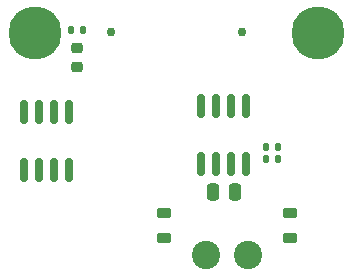
<source format=gbr>
%TF.GenerationSoftware,KiCad,Pcbnew,(6.0.0-0)*%
%TF.CreationDate,2022-03-04T22:18:36-05:00*%
%TF.ProjectId,thermalcouple,74686572-6d61-46c6-936f-75706c652e6b,rev?*%
%TF.SameCoordinates,Original*%
%TF.FileFunction,Soldermask,Top*%
%TF.FilePolarity,Negative*%
%FSLAX46Y46*%
G04 Gerber Fmt 4.6, Leading zero omitted, Abs format (unit mm)*
G04 Created by KiCad (PCBNEW (6.0.0-0)) date 2022-03-04 22:18:36*
%MOMM*%
%LPD*%
G01*
G04 APERTURE LIST*
G04 Aperture macros list*
%AMRoundRect*
0 Rectangle with rounded corners*
0 $1 Rounding radius*
0 $2 $3 $4 $5 $6 $7 $8 $9 X,Y pos of 4 corners*
0 Add a 4 corners polygon primitive as box body*
4,1,4,$2,$3,$4,$5,$6,$7,$8,$9,$2,$3,0*
0 Add four circle primitives for the rounded corners*
1,1,$1+$1,$2,$3*
1,1,$1+$1,$4,$5*
1,1,$1+$1,$6,$7*
1,1,$1+$1,$8,$9*
0 Add four rect primitives between the rounded corners*
20,1,$1+$1,$2,$3,$4,$5,0*
20,1,$1+$1,$4,$5,$6,$7,0*
20,1,$1+$1,$6,$7,$8,$9,0*
20,1,$1+$1,$8,$9,$2,$3,0*%
G04 Aperture macros list end*
%ADD10RoundRect,0.150000X0.150000X-0.825000X0.150000X0.825000X-0.150000X0.825000X-0.150000X-0.825000X0*%
%ADD11C,2.400000*%
%ADD12RoundRect,0.218750X0.381250X-0.218750X0.381250X0.218750X-0.381250X0.218750X-0.381250X-0.218750X0*%
%ADD13RoundRect,0.140000X-0.140000X-0.170000X0.140000X-0.170000X0.140000X0.170000X-0.140000X0.170000X0*%
%ADD14RoundRect,0.250000X0.250000X0.475000X-0.250000X0.475000X-0.250000X-0.475000X0.250000X-0.475000X0*%
%ADD15C,4.500000*%
%ADD16RoundRect,0.135000X0.135000X0.185000X-0.135000X0.185000X-0.135000X-0.185000X0.135000X-0.185000X0*%
%ADD17RoundRect,0.218750X-0.256250X0.218750X-0.256250X-0.218750X0.256250X-0.218750X0.256250X0.218750X0*%
%ADD18C,0.760000*%
G04 APERTURE END LIST*
D10*
%TO.C,U1*%
X109093000Y-75119000D03*
X110363000Y-75119000D03*
X111633000Y-75119000D03*
X112903000Y-75119000D03*
X112903000Y-70169000D03*
X111633000Y-70169000D03*
X110363000Y-70169000D03*
X109093000Y-70169000D03*
%TD*%
D11*
%TO.C,J1*%
X109502000Y-82804000D03*
X113002000Y-82804000D03*
%TD*%
D12*
%TO.C,FB2*%
X105918000Y-79201500D03*
X105918000Y-81326500D03*
%TD*%
%TO.C,FB1*%
X116586000Y-81326500D03*
X116586000Y-79201500D03*
%TD*%
D13*
%TO.C,C3*%
X114582000Y-74676000D03*
X115542000Y-74676000D03*
%TD*%
%TO.C,C2*%
X114582000Y-73660000D03*
X115542000Y-73660000D03*
%TD*%
D14*
%TO.C,C1*%
X111948000Y-77470000D03*
X110048000Y-77470000D03*
%TD*%
D15*
%TO.C,H1*%
X95000000Y-64000000D03*
%TD*%
%TO.C,H2*%
X119000000Y-64000000D03*
%TD*%
D16*
%TO.C,R1*%
X99062000Y-63754000D03*
X98042000Y-63754000D03*
%TD*%
D10*
%TO.C,U3*%
X94107000Y-75627000D03*
X95377000Y-75627000D03*
X96647000Y-75627000D03*
X97917000Y-75627000D03*
X97917000Y-70677000D03*
X96647000Y-70677000D03*
X95377000Y-70677000D03*
X94107000Y-70677000D03*
%TD*%
D17*
%TO.C,D1*%
X98552000Y-66827500D03*
X98552000Y-65252500D03*
%TD*%
D18*
%TO.C,J2*%
X101475500Y-63900000D03*
X112524500Y-63900000D03*
%TD*%
M02*

</source>
